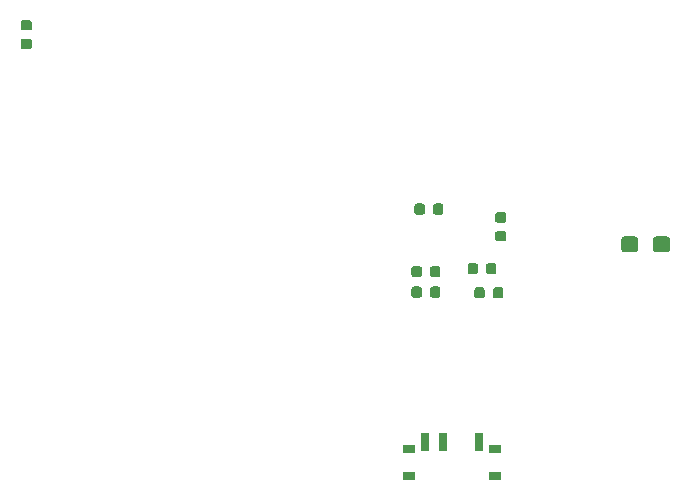
<source format=gbp>
G04 #@! TF.GenerationSoftware,KiCad,Pcbnew,5.99.0-unknown-a5c7d45~86~ubuntu18.04.1*
G04 #@! TF.CreationDate,2020-01-09T22:12:47+01:00*
G04 #@! TF.ProjectId,V1_0,56315f30-2e6b-4696-9361-645f70636258,rev?*
G04 #@! TF.SameCoordinates,Original*
G04 #@! TF.FileFunction,Paste,Bot*
G04 #@! TF.FilePolarity,Positive*
%FSLAX46Y46*%
G04 Gerber Fmt 4.6, Leading zero omitted, Abs format (unit mm)*
G04 Created by KiCad (PCBNEW 5.99.0-unknown-a5c7d45~86~ubuntu18.04.1) date 2020-01-09 22:12:47*
%MOMM*%
%LPD*%
G04 APERTURE LIST*
%ADD10R,1.000000X0.800000*%
%ADD11R,0.700000X1.500000*%
G04 APERTURE END LIST*
D10*
X144500000Y-130940000D03*
X137200000Y-130940000D03*
X137200000Y-133150000D03*
X144500000Y-133150000D03*
D11*
X138600000Y-130290000D03*
X140100000Y-130290000D03*
X143100000Y-130290000D03*
G36*
X159135671Y-112914030D02*
G01*
X159216777Y-112968223D01*
X159270970Y-113049329D01*
X159290000Y-113144999D01*
X159290000Y-113995001D01*
X159270970Y-114090671D01*
X159216777Y-114171777D01*
X159135671Y-114225970D01*
X159040001Y-114245000D01*
X158139999Y-114245000D01*
X158044329Y-114225970D01*
X157963223Y-114171777D01*
X157909030Y-114090671D01*
X157890000Y-113995001D01*
X157890000Y-113144999D01*
X157909030Y-113049329D01*
X157963223Y-112968223D01*
X158044329Y-112914030D01*
X158139999Y-112895000D01*
X159040001Y-112895000D01*
X159135671Y-112914030D01*
G37*
G36*
X156435671Y-112914030D02*
G01*
X156516777Y-112968223D01*
X156570970Y-113049329D01*
X156590000Y-113144999D01*
X156590000Y-113995001D01*
X156570970Y-114090671D01*
X156516777Y-114171777D01*
X156435671Y-114225970D01*
X156340001Y-114245000D01*
X155439999Y-114245000D01*
X155344329Y-114225970D01*
X155263223Y-114171777D01*
X155209030Y-114090671D01*
X155190000Y-113995001D01*
X155190000Y-113144999D01*
X155209030Y-113049329D01*
X155263223Y-112968223D01*
X155344329Y-112914030D01*
X155439999Y-112895000D01*
X156340001Y-112895000D01*
X156435671Y-112914030D01*
G37*
G36*
X143484962Y-117211651D02*
G01*
X143555930Y-117259070D01*
X143603349Y-117330038D01*
X143620000Y-117413750D01*
X143620000Y-117926250D01*
X143603349Y-118009962D01*
X143555930Y-118080930D01*
X143484962Y-118128349D01*
X143401250Y-118145000D01*
X142963750Y-118145000D01*
X142880038Y-118128349D01*
X142809070Y-118080930D01*
X142761651Y-118009962D01*
X142745000Y-117926250D01*
X142745000Y-117413750D01*
X142761651Y-117330038D01*
X142809070Y-117259070D01*
X142880038Y-117211651D01*
X142963750Y-117195000D01*
X143401250Y-117195000D01*
X143484962Y-117211651D01*
G37*
G36*
X145059962Y-117211651D02*
G01*
X145130930Y-117259070D01*
X145178349Y-117330038D01*
X145195000Y-117413750D01*
X145195000Y-117926250D01*
X145178349Y-118009962D01*
X145130930Y-118080930D01*
X145059962Y-118128349D01*
X144976250Y-118145000D01*
X144538750Y-118145000D01*
X144455038Y-118128349D01*
X144384070Y-118080930D01*
X144336651Y-118009962D01*
X144320000Y-117926250D01*
X144320000Y-117413750D01*
X144336651Y-117330038D01*
X144384070Y-117259070D01*
X144455038Y-117211651D01*
X144538750Y-117195000D01*
X144976250Y-117195000D01*
X145059962Y-117211651D01*
G37*
G36*
X139729962Y-117151651D02*
G01*
X139800930Y-117199070D01*
X139848349Y-117270038D01*
X139865000Y-117353750D01*
X139865000Y-117866250D01*
X139848349Y-117949962D01*
X139800930Y-118020930D01*
X139729962Y-118068349D01*
X139646250Y-118085000D01*
X139208750Y-118085000D01*
X139125038Y-118068349D01*
X139054070Y-118020930D01*
X139006651Y-117949962D01*
X138990000Y-117866250D01*
X138990000Y-117353750D01*
X139006651Y-117270038D01*
X139054070Y-117199070D01*
X139125038Y-117151651D01*
X139208750Y-117135000D01*
X139646250Y-117135000D01*
X139729962Y-117151651D01*
G37*
G36*
X138154962Y-117151651D02*
G01*
X138225930Y-117199070D01*
X138273349Y-117270038D01*
X138290000Y-117353750D01*
X138290000Y-117866250D01*
X138273349Y-117949962D01*
X138225930Y-118020930D01*
X138154962Y-118068349D01*
X138071250Y-118085000D01*
X137633750Y-118085000D01*
X137550038Y-118068349D01*
X137479070Y-118020930D01*
X137431651Y-117949962D01*
X137415000Y-117866250D01*
X137415000Y-117353750D01*
X137431651Y-117270038D01*
X137479070Y-117199070D01*
X137550038Y-117151651D01*
X137633750Y-117135000D01*
X138071250Y-117135000D01*
X138154962Y-117151651D01*
G37*
G36*
X142904962Y-115151651D02*
G01*
X142975930Y-115199070D01*
X143023349Y-115270038D01*
X143040000Y-115353750D01*
X143040000Y-115866250D01*
X143023349Y-115949962D01*
X142975930Y-116020930D01*
X142904962Y-116068349D01*
X142821250Y-116085000D01*
X142383750Y-116085000D01*
X142300038Y-116068349D01*
X142229070Y-116020930D01*
X142181651Y-115949962D01*
X142165000Y-115866250D01*
X142165000Y-115353750D01*
X142181651Y-115270038D01*
X142229070Y-115199070D01*
X142300038Y-115151651D01*
X142383750Y-115135000D01*
X142821250Y-115135000D01*
X142904962Y-115151651D01*
G37*
G36*
X144479962Y-115151651D02*
G01*
X144550930Y-115199070D01*
X144598349Y-115270038D01*
X144615000Y-115353750D01*
X144615000Y-115866250D01*
X144598349Y-115949962D01*
X144550930Y-116020930D01*
X144479962Y-116068349D01*
X144396250Y-116085000D01*
X143958750Y-116085000D01*
X143875038Y-116068349D01*
X143804070Y-116020930D01*
X143756651Y-115949962D01*
X143740000Y-115866250D01*
X143740000Y-115353750D01*
X143756651Y-115270038D01*
X143804070Y-115199070D01*
X143875038Y-115151651D01*
X143958750Y-115135000D01*
X144396250Y-115135000D01*
X144479962Y-115151651D01*
G37*
G36*
X138162462Y-115411651D02*
G01*
X138233430Y-115459070D01*
X138280849Y-115530038D01*
X138297500Y-115613750D01*
X138297500Y-116126250D01*
X138280849Y-116209962D01*
X138233430Y-116280930D01*
X138162462Y-116328349D01*
X138078750Y-116345000D01*
X137641250Y-116345000D01*
X137557538Y-116328349D01*
X137486570Y-116280930D01*
X137439151Y-116209962D01*
X137422500Y-116126250D01*
X137422500Y-115613750D01*
X137439151Y-115530038D01*
X137486570Y-115459070D01*
X137557538Y-115411651D01*
X137641250Y-115395000D01*
X138078750Y-115395000D01*
X138162462Y-115411651D01*
G37*
G36*
X139737462Y-115411651D02*
G01*
X139808430Y-115459070D01*
X139855849Y-115530038D01*
X139872500Y-115613750D01*
X139872500Y-116126250D01*
X139855849Y-116209962D01*
X139808430Y-116280930D01*
X139737462Y-116328349D01*
X139653750Y-116345000D01*
X139216250Y-116345000D01*
X139132538Y-116328349D01*
X139061570Y-116280930D01*
X139014151Y-116209962D01*
X138997500Y-116126250D01*
X138997500Y-115613750D01*
X139014151Y-115530038D01*
X139061570Y-115459070D01*
X139132538Y-115411651D01*
X139216250Y-115395000D01*
X139653750Y-115395000D01*
X139737462Y-115411651D01*
G37*
G36*
X138414962Y-110121651D02*
G01*
X138485930Y-110169070D01*
X138533349Y-110240038D01*
X138550000Y-110323750D01*
X138550000Y-110836250D01*
X138533349Y-110919962D01*
X138485930Y-110990930D01*
X138414962Y-111038349D01*
X138331250Y-111055000D01*
X137893750Y-111055000D01*
X137810038Y-111038349D01*
X137739070Y-110990930D01*
X137691651Y-110919962D01*
X137675000Y-110836250D01*
X137675000Y-110323750D01*
X137691651Y-110240038D01*
X137739070Y-110169070D01*
X137810038Y-110121651D01*
X137893750Y-110105000D01*
X138331250Y-110105000D01*
X138414962Y-110121651D01*
G37*
G36*
X139989962Y-110121651D02*
G01*
X140060930Y-110169070D01*
X140108349Y-110240038D01*
X140125000Y-110323750D01*
X140125000Y-110836250D01*
X140108349Y-110919962D01*
X140060930Y-110990930D01*
X139989962Y-111038349D01*
X139906250Y-111055000D01*
X139468750Y-111055000D01*
X139385038Y-111038349D01*
X139314070Y-110990930D01*
X139266651Y-110919962D01*
X139250000Y-110836250D01*
X139250000Y-110323750D01*
X139266651Y-110240038D01*
X139314070Y-110169070D01*
X139385038Y-110121651D01*
X139468750Y-110105000D01*
X139906250Y-110105000D01*
X139989962Y-110121651D01*
G37*
G36*
X145329962Y-112446651D02*
G01*
X145400930Y-112494070D01*
X145448349Y-112565038D01*
X145465000Y-112648750D01*
X145465000Y-113086250D01*
X145448349Y-113169962D01*
X145400930Y-113240930D01*
X145329962Y-113288349D01*
X145246250Y-113305000D01*
X144733750Y-113305000D01*
X144650038Y-113288349D01*
X144579070Y-113240930D01*
X144531651Y-113169962D01*
X144515000Y-113086250D01*
X144515000Y-112648750D01*
X144531651Y-112565038D01*
X144579070Y-112494070D01*
X144650038Y-112446651D01*
X144733750Y-112430000D01*
X145246250Y-112430000D01*
X145329962Y-112446651D01*
G37*
G36*
X145329962Y-110871651D02*
G01*
X145400930Y-110919070D01*
X145448349Y-110990038D01*
X145465000Y-111073750D01*
X145465000Y-111511250D01*
X145448349Y-111594962D01*
X145400930Y-111665930D01*
X145329962Y-111713349D01*
X145246250Y-111730000D01*
X144733750Y-111730000D01*
X144650038Y-111713349D01*
X144579070Y-111665930D01*
X144531651Y-111594962D01*
X144515000Y-111511250D01*
X144515000Y-111073750D01*
X144531651Y-110990038D01*
X144579070Y-110919070D01*
X144650038Y-110871651D01*
X144733750Y-110855000D01*
X145246250Y-110855000D01*
X145329962Y-110871651D01*
G37*
G36*
X105139962Y-94601651D02*
G01*
X105210930Y-94649070D01*
X105258349Y-94720038D01*
X105275000Y-94803750D01*
X105275000Y-95241250D01*
X105258349Y-95324962D01*
X105210930Y-95395930D01*
X105139962Y-95443349D01*
X105056250Y-95460000D01*
X104543750Y-95460000D01*
X104460038Y-95443349D01*
X104389070Y-95395930D01*
X104341651Y-95324962D01*
X104325000Y-95241250D01*
X104325000Y-94803750D01*
X104341651Y-94720038D01*
X104389070Y-94649070D01*
X104460038Y-94601651D01*
X104543750Y-94585000D01*
X105056250Y-94585000D01*
X105139962Y-94601651D01*
G37*
G36*
X105139962Y-96176651D02*
G01*
X105210930Y-96224070D01*
X105258349Y-96295038D01*
X105275000Y-96378750D01*
X105275000Y-96816250D01*
X105258349Y-96899962D01*
X105210930Y-96970930D01*
X105139962Y-97018349D01*
X105056250Y-97035000D01*
X104543750Y-97035000D01*
X104460038Y-97018349D01*
X104389070Y-96970930D01*
X104341651Y-96899962D01*
X104325000Y-96816250D01*
X104325000Y-96378750D01*
X104341651Y-96295038D01*
X104389070Y-96224070D01*
X104460038Y-96176651D01*
X104543750Y-96160000D01*
X105056250Y-96160000D01*
X105139962Y-96176651D01*
G37*
M02*

</source>
